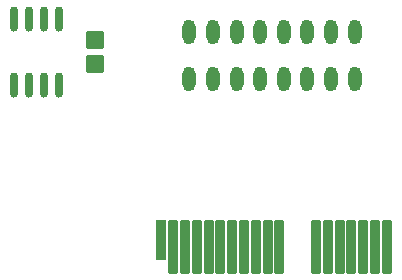
<source format=gbs>
G04 Layer: BottomSolderMaskLayer*
G04 EasyEDA v6.5.20, 2023-01-09 08:49:07*
G04 a67cddfb3fce44daa9051d46cbbcc19f,10*
G04 Gerber Generator version 0.2*
G04 Scale: 100 percent, Rotated: No, Reflected: No *
G04 Dimensions in millimeters *
G04 leading zeros omitted , absolute positions ,4 integer and 5 decimal *
%FSLAX45Y45*%
%MOMM*%

%AMMACRO1*1,1,$1,$2,$3*1,1,$1,$4,$5*1,1,$1,0-$2,0-$3*1,1,$1,0-$4,0-$5*20,1,$1,$2,$3,$4,$5,0*20,1,$1,$4,$5,0-$2,0-$3,0*20,1,$1,0-$2,0-$3,0-$4,0-$5,0*20,1,$1,0-$4,0-$5,$2,$3,0*4,1,4,$2,$3,$4,$5,0-$2,0-$3,0-$4,0-$5,$2,$3,0*%
%ADD10O,0.68961X2.1466048*%
%ADD11MACRO1,0.2032X-0.35X2.15X0.35X2.15*%
%ADD12MACRO1,0.2032X-0.35X1.6X0.35X1.6*%
%ADD13MACRO1,0.1016X0.675X0.705X-0.675X0.705*%
%ADD14MACRO1,0.1016X0.675X-0.705X-0.675X-0.705*%
%ADD15O,1.1015979999999999X2.101596*%

%LPD*%
D10*
G01*
X309498Y2277237D03*
G01*
X436498Y2277237D03*
G01*
X563498Y2277237D03*
G01*
X690498Y2277237D03*
G01*
X309498Y1722754D03*
G01*
X436498Y1722754D03*
G01*
X563498Y1722754D03*
G01*
X690498Y1722754D03*
D11*
G01*
X3469891Y350065D03*
G01*
X2559892Y350057D03*
G01*
X2459889Y350057D03*
G01*
X2359893Y350057D03*
G01*
X2259890Y350057D03*
G01*
X2159892Y350057D03*
G01*
X2059893Y350057D03*
G01*
X1959890Y350057D03*
G01*
X1859890Y350057D03*
G01*
X1759889Y350057D03*
G01*
X1659889Y350057D03*
G01*
X3369885Y350065D03*
G01*
X2869892Y350065D03*
G01*
X2969889Y350065D03*
G01*
X3069894Y350065D03*
G01*
X3169892Y350065D03*
G01*
X3269893Y350065D03*
D12*
G01*
X1559890Y405056D03*
D13*
G01*
X999998Y1899993D03*
D14*
G01*
X999998Y2099998D03*
D15*
G01*
X1796516Y2170849D03*
G01*
X1996516Y2170849D03*
G01*
X2196515Y2170849D03*
G01*
X2396515Y2170849D03*
G01*
X2596515Y2170849D03*
G01*
X2796514Y2170849D03*
G01*
X2996514Y2170849D03*
G01*
X3196513Y2170849D03*
G01*
X3196513Y1770849D03*
G01*
X2996514Y1770849D03*
G01*
X2796514Y1770849D03*
G01*
X2596515Y1770849D03*
G01*
X2396515Y1770849D03*
G01*
X2196515Y1770849D03*
G01*
X1996516Y1770849D03*
G01*
X1796516Y1770849D03*
M02*

</source>
